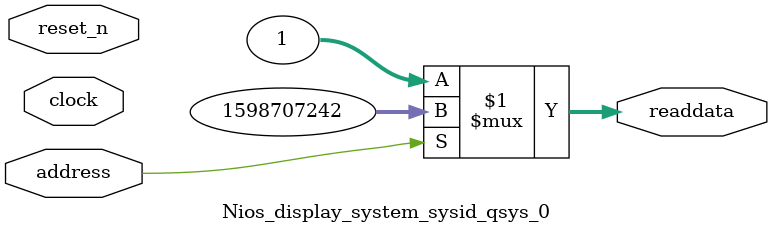
<source format=v>



// synthesis translate_off
`timescale 1ns / 1ps
// synthesis translate_on

// turn off superfluous verilog processor warnings 
// altera message_level Level1 
// altera message_off 10034 10035 10036 10037 10230 10240 10030 

module Nios_display_system_sysid_qsys_0 (
               // inputs:
                address,
                clock,
                reset_n,

               // outputs:
                readdata
             )
;

  output  [ 31: 0] readdata;
  input            address;
  input            clock;
  input            reset_n;

  wire    [ 31: 0] readdata;
  //control_slave, which is an e_avalon_slave
  assign readdata = address ? 1598707242 : 1;

endmodule



</source>
